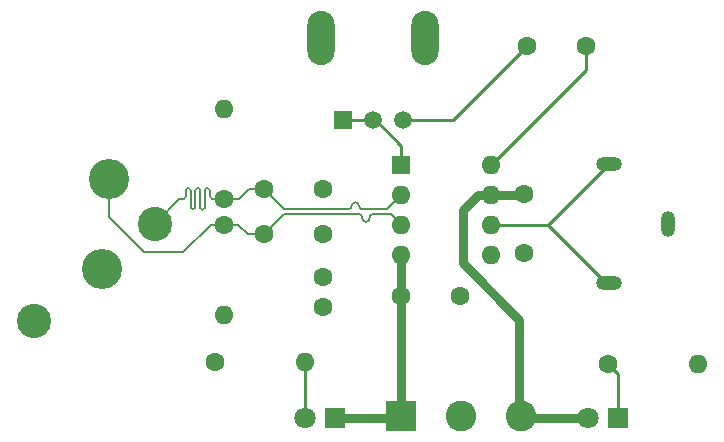
<source format=gtl>
%TF.GenerationSoftware,KiCad,Pcbnew,(6.0.7-1)-1*%
%TF.CreationDate,2022-08-15T15:43:09-06:00*%
%TF.ProjectId,mic_preamp,6d69635f-7072-4656-916d-702e6b696361,1*%
%TF.SameCoordinates,Original*%
%TF.FileFunction,Copper,L1,Top*%
%TF.FilePolarity,Positive*%
%FSLAX46Y46*%
G04 Gerber Fmt 4.6, Leading zero omitted, Abs format (unit mm)*
G04 Created by KiCad (PCBNEW (6.0.7-1)-1) date 2022-08-15 15:43:09*
%MOMM*%
%LPD*%
G01*
G04 APERTURE LIST*
%TA.AperFunction,ComponentPad*%
%ADD10C,1.600000*%
%TD*%
%TA.AperFunction,ComponentPad*%
%ADD11O,1.600000X1.600000*%
%TD*%
%TA.AperFunction,WasherPad*%
%ADD12O,2.300000X4.600000*%
%TD*%
%TA.AperFunction,ComponentPad*%
%ADD13R,1.508000X1.508000*%
%TD*%
%TA.AperFunction,ComponentPad*%
%ADD14C,1.508000*%
%TD*%
%TA.AperFunction,ComponentPad*%
%ADD15O,2.200000X1.200000*%
%TD*%
%TA.AperFunction,ComponentPad*%
%ADD16O,1.200000X2.200000*%
%TD*%
%TA.AperFunction,ComponentPad*%
%ADD17C,3.400000*%
%TD*%
%TA.AperFunction,ComponentPad*%
%ADD18C,2.900000*%
%TD*%
%TA.AperFunction,ComponentPad*%
%ADD19R,2.600000X2.600000*%
%TD*%
%TA.AperFunction,ComponentPad*%
%ADD20C,2.600000*%
%TD*%
%TA.AperFunction,ComponentPad*%
%ADD21R,1.800000X1.800000*%
%TD*%
%TA.AperFunction,ComponentPad*%
%ADD22C,1.800000*%
%TD*%
%TA.AperFunction,ComponentPad*%
%ADD23R,1.600000X1.600000*%
%TD*%
%TA.AperFunction,Conductor*%
%ADD24C,0.200000*%
%TD*%
%TA.AperFunction,Conductor*%
%ADD25C,0.250000*%
%TD*%
%TA.AperFunction,Conductor*%
%ADD26C,0.750000*%
%TD*%
G04 APERTURE END LIST*
D10*
X131625000Y-110250000D03*
D11*
X139245000Y-110250000D03*
D12*
X140600000Y-82750000D03*
X149400000Y-82750000D03*
D13*
X142500000Y-89750000D03*
D14*
X145000000Y-89750000D03*
X147500000Y-89750000D03*
D15*
X164950000Y-103500000D03*
D16*
X169950000Y-98500000D03*
D15*
X164950000Y-93500000D03*
D17*
X122050000Y-102310000D03*
X122685000Y-94690000D03*
D18*
X126500000Y-98500000D03*
X116330000Y-106750000D03*
D10*
X158000000Y-83500000D03*
X163000000Y-83500000D03*
D19*
X147400000Y-114805000D03*
D20*
X152480000Y-114805000D03*
X157560000Y-114805000D03*
D10*
X135800000Y-95600000D03*
X140800000Y-95600000D03*
X132416000Y-98590000D03*
D11*
X132416000Y-106210000D03*
D10*
X147400000Y-104600000D03*
X152400000Y-104600000D03*
X164875000Y-110375000D03*
D11*
X172495000Y-110375000D03*
D21*
X165750000Y-114950000D03*
D22*
X163210000Y-114950000D03*
D10*
X132416000Y-96410000D03*
D11*
X132416000Y-88790000D03*
D10*
X140800000Y-99400000D03*
X135800000Y-99400000D03*
D21*
X141775000Y-114950000D03*
D22*
X139235000Y-114950000D03*
D10*
X157800000Y-96000000D03*
X157800000Y-101000000D03*
X140800000Y-105550000D03*
X140800000Y-103050000D03*
D23*
X147400000Y-93520000D03*
D11*
X147400000Y-96060000D03*
X147400000Y-98600000D03*
X147400000Y-101140000D03*
X155020000Y-101140000D03*
X155020000Y-98600000D03*
X155020000Y-96060000D03*
X155020000Y-93520000D03*
D24*
X131160000Y-95666161D02*
X131160000Y-96210000D01*
X129960000Y-97153839D02*
X129960000Y-95666161D01*
X129560000Y-95666161D02*
X129560000Y-97153839D01*
X134500000Y-95600000D02*
X135800000Y-95600000D01*
X132416000Y-96410000D02*
X133690000Y-96410000D01*
X133690000Y-96410000D02*
X134500000Y-95600000D01*
X144100000Y-97300000D02*
X146160000Y-97300000D01*
X130360000Y-95666161D02*
X130360000Y-97153839D01*
X135800000Y-95600000D02*
X137500000Y-97300000D01*
X126500000Y-98500000D02*
X128590000Y-96410000D01*
X131360000Y-96410000D02*
X131629390Y-96410000D01*
X128590000Y-96410000D02*
X128960000Y-96410000D01*
X137500000Y-97300000D02*
X142900000Y-97300000D01*
X129160000Y-96210000D02*
X129160000Y-95666161D01*
X131629390Y-96410000D02*
X132416000Y-96410000D01*
X130760000Y-97153839D02*
X130760000Y-95666161D01*
X144098632Y-97300000D02*
X144100000Y-97300000D01*
X146160000Y-97300000D02*
X147400000Y-96060000D01*
X143498632Y-96701368D02*
X143500000Y-96701368D01*
X130560000Y-97353800D02*
G75*
G02*
X130360000Y-97153839I0J200000D01*
G01*
X143799332Y-97000684D02*
G75*
G03*
X143500000Y-96701368I-299332J-16D01*
G01*
X129760000Y-97353800D02*
G75*
G02*
X129560000Y-97153839I0J200000D01*
G01*
X143199300Y-97000684D02*
G75*
G02*
X142900000Y-97300000I-299300J-16D01*
G01*
X143498632Y-96701416D02*
G75*
G03*
X143199316Y-97000684I-32J-299284D01*
G01*
X129360000Y-95466200D02*
G75*
G03*
X129160000Y-95666161I0J-200000D01*
G01*
X130960000Y-95466200D02*
G75*
G03*
X130760000Y-95666161I0J-200000D01*
G01*
X130160000Y-95466200D02*
G75*
G03*
X129960000Y-95666161I0J-200000D01*
G01*
X131360000Y-96410000D02*
G75*
G02*
X131160000Y-96210000I0J200000D01*
G01*
X129560039Y-95666161D02*
G75*
G03*
X129360000Y-95466161I-200039J-39D01*
G01*
X131160039Y-95666161D02*
G75*
G03*
X130960000Y-95466161I-200039J-39D01*
G01*
X129960039Y-97153839D02*
G75*
G02*
X129760000Y-97353839I-200039J39D01*
G01*
X129160000Y-96210000D02*
G75*
G02*
X128960000Y-96410000I-200000J0D01*
G01*
X130360039Y-95666161D02*
G75*
G03*
X130160000Y-95466161I-200039J-39D01*
G01*
X144098632Y-97299984D02*
G75*
G02*
X143799316Y-97000684I-32J299284D01*
G01*
X130760039Y-97153839D02*
G75*
G02*
X130560000Y-97353839I-200039J39D01*
G01*
X146500000Y-97700000D02*
X147400000Y-98600000D01*
X132416000Y-98590000D02*
X133590000Y-98590000D01*
X132416000Y-98590000D02*
X131260000Y-98590000D01*
X125600000Y-100900000D02*
X122685000Y-97985000D01*
X145000000Y-97700000D02*
X146500000Y-97700000D01*
X144100000Y-98000000D02*
X144100000Y-98069047D01*
X144700000Y-98069047D02*
X144700000Y-98000000D01*
X133590000Y-98590000D02*
X134400000Y-99400000D01*
X122685000Y-97985000D02*
X122685000Y-94690000D01*
X131260000Y-98590000D02*
X128950000Y-100900000D01*
X128950000Y-100900000D02*
X125600000Y-100900000D01*
X137500000Y-97700000D02*
X143800000Y-97700000D01*
X135800000Y-99400000D02*
X137500000Y-97700000D01*
X134400000Y-99400000D02*
X135800000Y-99400000D01*
X144100000Y-98000000D02*
G75*
G03*
X143800000Y-97700000I-300000J0D01*
G01*
X145000000Y-97700000D02*
G75*
G03*
X144700000Y-98000000I0J-300000D01*
G01*
X144400000Y-98369000D02*
G75*
G02*
X144100000Y-98069047I0J300000D01*
G01*
X144700047Y-98069047D02*
G75*
G02*
X144400000Y-98369047I-300047J47D01*
G01*
D25*
X151750000Y-89750000D02*
X158000000Y-83500000D01*
X147500000Y-89750000D02*
X151750000Y-89750000D01*
X163000000Y-83500000D02*
X163000000Y-85540000D01*
X163000000Y-85540000D02*
X155020000Y-93520000D01*
D26*
X153890000Y-96060000D02*
X155020000Y-96060000D01*
X155020000Y-96060000D02*
X157740000Y-96060000D01*
X152600000Y-97350000D02*
X153890000Y-96060000D01*
X157705000Y-114950000D02*
X157560000Y-114805000D01*
X157400000Y-106650000D02*
X152600000Y-101850000D01*
X157740000Y-96060000D02*
X157800000Y-96000000D01*
X163210000Y-114950000D02*
X157705000Y-114950000D01*
X152600000Y-101850000D02*
X152600000Y-97350000D01*
X157400000Y-114805000D02*
X157400000Y-106650000D01*
X141775000Y-114950000D02*
X147255000Y-114950000D01*
X147400000Y-101140000D02*
X147400000Y-104600000D01*
X147400000Y-114805000D02*
X147400000Y-104600000D01*
X147255000Y-114950000D02*
X147400000Y-114805000D01*
D25*
X139235000Y-110260000D02*
X139235000Y-114950000D01*
X139245000Y-110250000D02*
X139235000Y-110260000D01*
X159850000Y-98600000D02*
X164950000Y-93500000D01*
X155020000Y-98600000D02*
X159850000Y-98600000D01*
X164950000Y-103500000D02*
X164750000Y-103500000D01*
X164750000Y-103500000D02*
X159850000Y-98600000D01*
X145219500Y-89750000D02*
X145000000Y-89750000D01*
X142500000Y-89750000D02*
X145000000Y-89750000D01*
X147400000Y-91930500D02*
X145219500Y-89750000D01*
X147400000Y-93520000D02*
X147400000Y-91930500D01*
X165775000Y-114925000D02*
X165775000Y-111275000D01*
X165775000Y-111275000D02*
X164875000Y-110375000D01*
X165750000Y-114950000D02*
X165775000Y-114925000D01*
M02*

</source>
